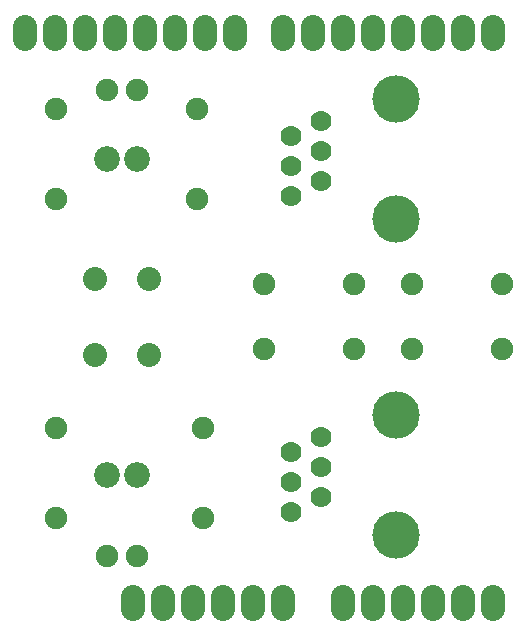
<source format=gts>
G04 (created by PCBNEW-RS274X (2012-apr-16-27)-stable) date Thu 10 Jul 2014 06:21:53 PM PDT*
G01*
G70*
G90*
%MOIN*%
G04 Gerber Fmt 3.4, Leading zero omitted, Abs format*
%FSLAX34Y34*%
G04 APERTURE LIST*
%ADD10C,0.006000*%
%ADD11C,0.075000*%
%ADD12C,0.080000*%
%ADD13C,0.086000*%
%ADD14C,0.158000*%
%ADD15C,0.070000*%
%ADD16O,0.080000X0.120000*%
G04 APERTURE END LIST*
G54D10*
G54D11*
X27165Y-31177D03*
X27165Y-34177D03*
X27165Y-44807D03*
X27165Y-41807D03*
X31890Y-31177D03*
X31890Y-34177D03*
X32087Y-41807D03*
X32087Y-44807D03*
X34131Y-37008D03*
X37131Y-37008D03*
X37131Y-39173D03*
X34131Y-39173D03*
X39052Y-37008D03*
X42052Y-37008D03*
X39052Y-39173D03*
X42052Y-39173D03*
G54D12*
X28496Y-39371D03*
X30268Y-39371D03*
X28496Y-36811D03*
X30268Y-36811D03*
G54D13*
X28882Y-32825D03*
X29882Y-32825D03*
X28882Y-43356D03*
X29882Y-43356D03*
G54D14*
X38522Y-34825D03*
X38522Y-30825D03*
G54D15*
X35022Y-34075D03*
X36022Y-33575D03*
X35022Y-33075D03*
X36022Y-32575D03*
X35022Y-32075D03*
X36022Y-31575D03*
G54D14*
X38522Y-45356D03*
X38522Y-41356D03*
G54D15*
X35022Y-44606D03*
X36022Y-44106D03*
X35022Y-43606D03*
X36022Y-43106D03*
X35022Y-42606D03*
X36022Y-42106D03*
G54D11*
X28882Y-30512D03*
X29882Y-30512D03*
X28882Y-46063D03*
X29882Y-46063D03*
G54D16*
X41732Y-47622D03*
X40732Y-47622D03*
X39732Y-47622D03*
X36732Y-47622D03*
X37732Y-47622D03*
X38732Y-47622D03*
X34732Y-47622D03*
X33732Y-47622D03*
X32732Y-47622D03*
X30732Y-47622D03*
X29732Y-47622D03*
X41732Y-28622D03*
X40732Y-28622D03*
X39732Y-28622D03*
X38732Y-28622D03*
X37732Y-28622D03*
X36732Y-28622D03*
X35732Y-28622D03*
X34732Y-28622D03*
X33132Y-28622D03*
X32132Y-28622D03*
X31132Y-28622D03*
X30132Y-28622D03*
X29132Y-28622D03*
X28132Y-28622D03*
X27132Y-28622D03*
X26132Y-28622D03*
X31732Y-47622D03*
M02*

</source>
